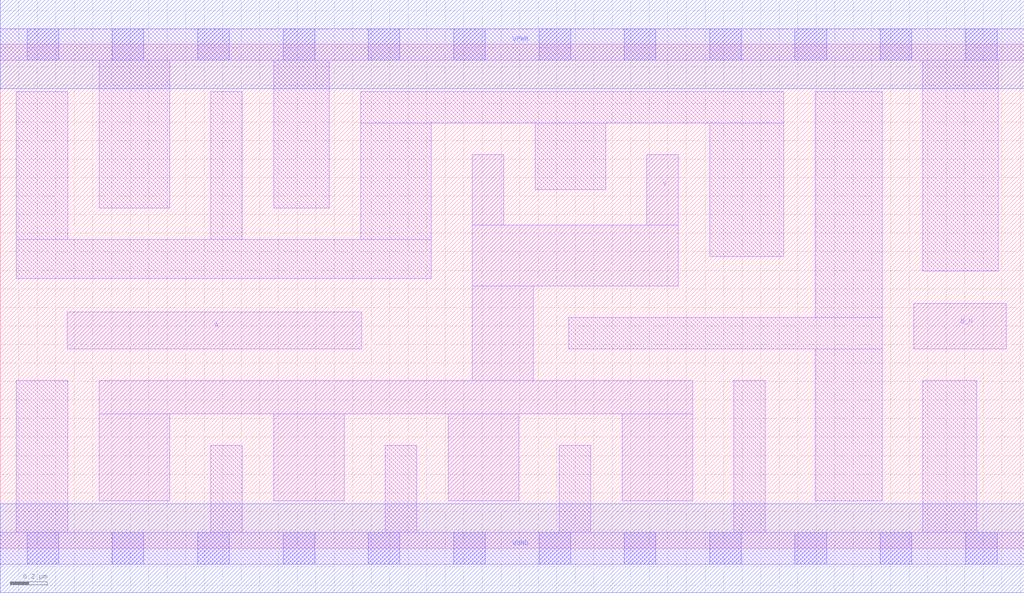
<source format=lef>
# Copyright 2020 The SkyWater PDK Authors
#
# Licensed under the Apache License, Version 2.0 (the "License");
# you may not use this file except in compliance with the License.
# You may obtain a copy of the License at
#
#     https://www.apache.org/licenses/LICENSE-2.0
#
# Unless required by applicable law or agreed to in writing, software
# distributed under the License is distributed on an "AS IS" BASIS,
# WITHOUT WARRANTIES OR CONDITIONS OF ANY KIND, either express or implied.
# See the License for the specific language governing permissions and
# limitations under the License.
#
# SPDX-License-Identifier: Apache-2.0

VERSION 5.7 ;
  NAMESCASESENSITIVE ON ;
  NOWIREEXTENSIONATPIN ON ;
  DIVIDERCHAR "/" ;
  BUSBITCHARS "[]" ;
UNITS
  DATABASE MICRONS 200 ;
END UNITS
PROPERTYDEFINITIONS
  MACRO maskLayoutSubType STRING ;
  MACRO prCellType STRING ;
  MACRO originalViewName STRING ;
END PROPERTYDEFINITIONS
MACRO sky130_fd_sc_hdll__nor2b_4
  CLASS CORE ;
  FOREIGN sky130_fd_sc_hdll__nor2b_4 ;
  ORIGIN  0.000000  0.000000 ;
  SIZE  5.520000 BY  2.720000 ;
  SYMMETRY X Y R90 ;
  SITE unithd ;
  PIN A
    ANTENNAGATEAREA  1.110000 ;
    DIRECTION INPUT ;
    USE SIGNAL ;
    PORT
      LAYER li1 ;
        RECT 0.360000 1.075000 1.950000 1.275000 ;
    END
  END A
  PIN B_N
    ANTENNAGATEAREA  0.277500 ;
    DIRECTION INPUT ;
    USE SIGNAL ;
    PORT
      LAYER li1 ;
        RECT 4.925000 1.075000 5.425000 1.320000 ;
    END
  END B_N
  PIN VGND
    ANTENNADIFFAREA  1.183000 ;
    DIRECTION INOUT ;
    USE SIGNAL ;
    PORT
      LAYER met1 ;
        RECT 0.000000 -0.240000 5.520000 0.240000 ;
    END
  END VGND
  PIN VPWR
    ANTENNADIFFAREA  0.870000 ;
    DIRECTION INOUT ;
    USE SIGNAL ;
    PORT
      LAYER met1 ;
        RECT 0.000000 2.480000 5.520000 2.960000 ;
    END
  END VPWR
  PIN Y
    ANTENNADIFFAREA  1.444500 ;
    DIRECTION OUTPUT ;
    USE SIGNAL ;
    PORT
      LAYER li1 ;
        RECT 0.535000 0.255000 0.915000 0.725000 ;
        RECT 0.535000 0.725000 3.735000 0.905000 ;
        RECT 1.475000 0.255000 1.855000 0.725000 ;
        RECT 2.415000 0.255000 2.795000 0.725000 ;
        RECT 2.545000 0.905000 2.875000 1.415000 ;
        RECT 2.545000 1.415000 3.655000 1.745000 ;
        RECT 2.545000 1.745000 2.715000 2.125000 ;
        RECT 3.355000 0.255000 3.735000 0.725000 ;
        RECT 3.485000 1.745000 3.655000 2.125000 ;
    END
  END Y
  OBS
    LAYER li1 ;
      RECT 0.000000 -0.085000 5.520000 0.085000 ;
      RECT 0.000000  2.635000 5.520000 2.805000 ;
      RECT 0.085000  0.085000 0.365000 0.905000 ;
      RECT 0.085000  1.455000 2.325000 1.665000 ;
      RECT 0.085000  1.665000 0.365000 2.465000 ;
      RECT 0.535000  1.835000 0.915000 2.635000 ;
      RECT 1.135000  0.085000 1.305000 0.555000 ;
      RECT 1.135000  1.665000 1.305000 2.465000 ;
      RECT 1.475000  1.835000 1.775000 2.635000 ;
      RECT 1.945000  1.665000 2.325000 2.295000 ;
      RECT 1.945000  2.295000 4.225000 2.465000 ;
      RECT 2.075000  0.085000 2.245000 0.555000 ;
      RECT 2.885000  1.935000 3.265000 2.295000 ;
      RECT 3.015000  0.085000 3.185000 0.555000 ;
      RECT 3.065000  1.075000 4.755000 1.245000 ;
      RECT 3.825000  1.575000 4.225000 2.295000 ;
      RECT 3.955000  0.085000 4.125000 0.905000 ;
      RECT 4.395000  0.255000 4.755000 1.075000 ;
      RECT 4.395000  1.245000 4.755000 2.465000 ;
      RECT 4.975000  0.085000 5.265000 0.905000 ;
      RECT 4.975000  1.495000 5.380000 2.635000 ;
    LAYER mcon ;
      RECT 0.145000 -0.085000 0.315000 0.085000 ;
      RECT 0.145000  2.635000 0.315000 2.805000 ;
      RECT 0.605000 -0.085000 0.775000 0.085000 ;
      RECT 0.605000  2.635000 0.775000 2.805000 ;
      RECT 1.065000 -0.085000 1.235000 0.085000 ;
      RECT 1.065000  2.635000 1.235000 2.805000 ;
      RECT 1.525000 -0.085000 1.695000 0.085000 ;
      RECT 1.525000  2.635000 1.695000 2.805000 ;
      RECT 1.985000 -0.085000 2.155000 0.085000 ;
      RECT 1.985000  2.635000 2.155000 2.805000 ;
      RECT 2.445000 -0.085000 2.615000 0.085000 ;
      RECT 2.445000  2.635000 2.615000 2.805000 ;
      RECT 2.905000 -0.085000 3.075000 0.085000 ;
      RECT 2.905000  2.635000 3.075000 2.805000 ;
      RECT 3.365000 -0.085000 3.535000 0.085000 ;
      RECT 3.365000  2.635000 3.535000 2.805000 ;
      RECT 3.825000 -0.085000 3.995000 0.085000 ;
      RECT 3.825000  2.635000 3.995000 2.805000 ;
      RECT 4.285000 -0.085000 4.455000 0.085000 ;
      RECT 4.285000  2.635000 4.455000 2.805000 ;
      RECT 4.745000 -0.085000 4.915000 0.085000 ;
      RECT 4.745000  2.635000 4.915000 2.805000 ;
      RECT 5.205000 -0.085000 5.375000 0.085000 ;
      RECT 5.205000  2.635000 5.375000 2.805000 ;
  END
  PROPERTY maskLayoutSubType "abstract" ;
  PROPERTY prCellType "standard" ;
  PROPERTY originalViewName "layout" ;
END sky130_fd_sc_hdll__nor2b_4
END LIBRARY

</source>
